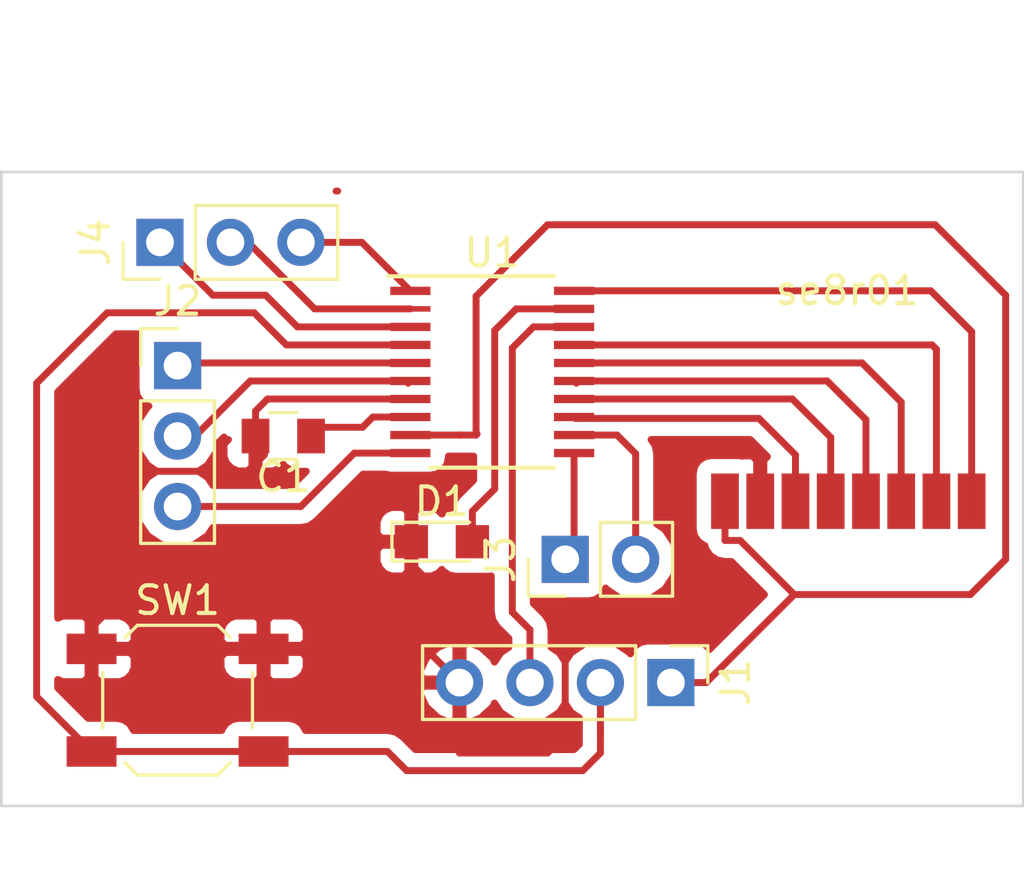
<source format=kicad_pcb>
(kicad_pcb (version 4) (host pcbnew 4.0.6)

  (general
    (links 28)
    (no_connects 0)
    (area 130.759999 91.389999 167.690001 123.476429)
    (thickness 1.6)
    (drawings 4)
    (tracks 121)
    (zones 0)
    (modules 9)
    (nets 21)
  )

  (page A4)
  (layers
    (0 F.Cu signal)
    (31 B.Cu signal)
    (32 B.Adhes user)
    (33 F.Adhes user)
    (34 B.Paste user)
    (35 F.Paste user)
    (36 B.SilkS user)
    (37 F.SilkS user)
    (38 B.Mask user)
    (39 F.Mask user)
    (40 Dwgs.User user)
    (41 Cmts.User user)
    (42 Eco1.User user)
    (43 Eco2.User user)
    (44 Edge.Cuts user)
    (45 Margin user)
    (46 B.CrtYd user)
    (47 F.CrtYd user)
    (48 B.Fab user)
    (49 F.Fab user)
  )

  (setup
    (last_trace_width 0.25)
    (trace_clearance 0.2)
    (zone_clearance 0.508)
    (zone_45_only yes)
    (trace_min 0.2)
    (segment_width 0.2)
    (edge_width 0.1)
    (via_size 0.6)
    (via_drill 0.4)
    (via_min_size 0.4)
    (via_min_drill 0.3)
    (uvia_size 0.3)
    (uvia_drill 0.1)
    (uvias_allowed no)
    (uvia_min_size 0.2)
    (uvia_min_drill 0.1)
    (pcb_text_width 0.3)
    (pcb_text_size 1.5 1.5)
    (mod_edge_width 0.15)
    (mod_text_size 1 1)
    (mod_text_width 0.15)
    (pad_size 1.45 0.2)
    (pad_drill 0)
    (pad_to_mask_clearance 0)
    (aux_axis_origin 0 0)
    (visible_elements 7FFFFFFF)
    (pcbplotparams
      (layerselection 0x00000_00000001)
      (usegerberextensions false)
      (excludeedgelayer true)
      (linewidth 0.100000)
      (plotframeref false)
      (viasonmask false)
      (mode 1)
      (useauxorigin false)
      (hpglpennumber 1)
      (hpglpenspeed 20)
      (hpglpendiameter 15)
      (hpglpenoverlay 2)
      (psnegative true)
      (psa4output false)
      (plotreference false)
      (plotvalue false)
      (plotinvisibletext false)
      (padsonsilk false)
      (subtractmaskfromsilk false)
      (outputformat 4)
      (mirror true)
      (drillshape 0)
      (scaleselection 1)
      (outputdirectory ""))
  )

  (net 0 "")
  (net 1 "Net-(C1-Pad1)")
  (net 2 GND)
  (net 3 "Net-(D1-Pad2)")
  (net 4 +3V3)
  (net 5 "Net-(J1-Pad2)")
  (net 6 "Net-(J1-Pad3)")
  (net 7 "Net-(U1-Pad13)")
  (net 8 "Net-(U1-Pad14)")
  (net 9 "Net-(U1-Pad15)")
  (net 10 "Net-(U1-Pad16)")
  (net 11 "Net-(U1-Pad17)")
  (net 12 "Net-(J2-Pad1)")
  (net 13 "Net-(J2-Pad2)")
  (net 14 "Net-(J2-Pad3)")
  (net 15 "Net-(J3-Pad1)")
  (net 16 "Net-(J3-Pad2)")
  (net 17 "Net-(J4-Pad1)")
  (net 18 "Net-(J4-Pad2)")
  (net 19 "Net-(J4-Pad3)")
  (net 20 "Net-(U1-Pad20)")

  (net_class Default "This is the default net class."
    (clearance 0.2)
    (trace_width 0.25)
    (via_dia 0.6)
    (via_drill 0.4)
    (uvia_dia 0.3)
    (uvia_drill 0.1)
    (add_net +3V3)
    (add_net GND)
    (add_net "Net-(C1-Pad1)")
    (add_net "Net-(D1-Pad2)")
    (add_net "Net-(J1-Pad2)")
    (add_net "Net-(J1-Pad3)")
    (add_net "Net-(J2-Pad1)")
    (add_net "Net-(J2-Pad2)")
    (add_net "Net-(J2-Pad3)")
    (add_net "Net-(J3-Pad1)")
    (add_net "Net-(J3-Pad2)")
    (add_net "Net-(J4-Pad1)")
    (add_net "Net-(J4-Pad2)")
    (add_net "Net-(J4-Pad3)")
    (add_net "Net-(U1-Pad13)")
    (add_net "Net-(U1-Pad14)")
    (add_net "Net-(U1-Pad15)")
    (add_net "Net-(U1-Pad16)")
    (add_net "Net-(U1-Pad17)")
    (add_net "Net-(U1-Pad20)")
  )

  (module Capacitors_SMD:C_0805 (layer F.Cu) (tedit 58AA8463) (tstamp 593AA49D)
    (at 140.97 107.315 180)
    (descr "Capacitor SMD 0805, reflow soldering, AVX (see smccp.pdf)")
    (tags "capacitor 0805")
    (path /5936C024)
    (attr smd)
    (fp_text reference C1 (at 0 -1.5 180) (layer F.SilkS)
      (effects (font (size 1 1) (thickness 0.15)))
    )
    (fp_text value 1uF (at 0 1.75 180) (layer F.Fab)
      (effects (font (size 1 1) (thickness 0.15)))
    )
    (fp_text user %R (at 0 -1.5 180) (layer F.Fab)
      (effects (font (size 1 1) (thickness 0.15)))
    )
    (fp_line (start -1 0.62) (end -1 -0.62) (layer F.Fab) (width 0.1))
    (fp_line (start 1 0.62) (end -1 0.62) (layer F.Fab) (width 0.1))
    (fp_line (start 1 -0.62) (end 1 0.62) (layer F.Fab) (width 0.1))
    (fp_line (start -1 -0.62) (end 1 -0.62) (layer F.Fab) (width 0.1))
    (fp_line (start 0.5 -0.85) (end -0.5 -0.85) (layer F.SilkS) (width 0.12))
    (fp_line (start -0.5 0.85) (end 0.5 0.85) (layer F.SilkS) (width 0.12))
    (fp_line (start -1.75 -0.88) (end 1.75 -0.88) (layer F.CrtYd) (width 0.05))
    (fp_line (start -1.75 -0.88) (end -1.75 0.87) (layer F.CrtYd) (width 0.05))
    (fp_line (start 1.75 0.87) (end 1.75 -0.88) (layer F.CrtYd) (width 0.05))
    (fp_line (start 1.75 0.87) (end -1.75 0.87) (layer F.CrtYd) (width 0.05))
    (pad 1 smd rect (at -1 0 180) (size 1 1.25) (layers F.Cu F.Paste F.Mask)
      (net 1 "Net-(C1-Pad1)"))
    (pad 2 smd rect (at 1 0 180) (size 1 1.25) (layers F.Cu F.Paste F.Mask)
      (net 2 GND))
    (model Capacitors_SMD.3dshapes/C_0805.wrl
      (at (xyz 0 0 0))
      (scale (xyz 1 1 1))
      (rotate (xyz 0 0 0))
    )
  )

  (module LEDs:LED_0805 (layer F.Cu) (tedit 57FE93EC) (tstamp 593AA4B2)
    (at 146.685 111.125)
    (descr "LED 0805 smd package")
    (tags "LED led 0805 SMD smd SMT smt smdled SMDLED smtled SMTLED")
    (path /593E8849)
    (attr smd)
    (fp_text reference D1 (at 0 -1.45) (layer F.SilkS)
      (effects (font (size 1 1) (thickness 0.15)))
    )
    (fp_text value LED_Small (at 0 1.55) (layer F.Fab)
      (effects (font (size 1 1) (thickness 0.15)))
    )
    (fp_line (start -1.8 -0.7) (end -1.8 0.7) (layer F.SilkS) (width 0.12))
    (fp_line (start -0.4 -0.4) (end -0.4 0.4) (layer F.Fab) (width 0.1))
    (fp_line (start -0.4 0) (end 0.2 -0.4) (layer F.Fab) (width 0.1))
    (fp_line (start 0.2 0.4) (end -0.4 0) (layer F.Fab) (width 0.1))
    (fp_line (start 0.2 -0.4) (end 0.2 0.4) (layer F.Fab) (width 0.1))
    (fp_line (start 1 0.6) (end -1 0.6) (layer F.Fab) (width 0.1))
    (fp_line (start 1 -0.6) (end 1 0.6) (layer F.Fab) (width 0.1))
    (fp_line (start -1 -0.6) (end 1 -0.6) (layer F.Fab) (width 0.1))
    (fp_line (start -1 0.6) (end -1 -0.6) (layer F.Fab) (width 0.1))
    (fp_line (start -1.8 0.7) (end 1 0.7) (layer F.SilkS) (width 0.12))
    (fp_line (start -1.8 -0.7) (end 1 -0.7) (layer F.SilkS) (width 0.12))
    (fp_line (start 1.95 -0.85) (end 1.95 0.85) (layer F.CrtYd) (width 0.05))
    (fp_line (start 1.95 0.85) (end -1.95 0.85) (layer F.CrtYd) (width 0.05))
    (fp_line (start -1.95 0.85) (end -1.95 -0.85) (layer F.CrtYd) (width 0.05))
    (fp_line (start -1.95 -0.85) (end 1.95 -0.85) (layer F.CrtYd) (width 0.05))
    (pad 2 smd rect (at 1.1 0 180) (size 1.2 1.2) (layers F.Cu F.Paste F.Mask)
      (net 3 "Net-(D1-Pad2)"))
    (pad 1 smd rect (at -1.1 0 180) (size 1.2 1.2) (layers F.Cu F.Paste F.Mask)
      (net 2 GND))
    (model LEDs.3dshapes/LED_0805.wrl
      (at (xyz 0 0 0))
      (scale (xyz 1 1 1))
      (rotate (xyz 0 0 180))
    )
  )

  (module Pin_Headers:Pin_Header_Straight_1x04_Pitch2.54mm (layer F.Cu) (tedit 593AA551) (tstamp 593AA4C9)
    (at 154.94 116.205 270)
    (descr "Through hole straight pin header, 1x04, 2.54mm pitch, single row")
    (tags "Through hole pin header THT 1x04 2.54mm single row")
    (path /5936C5F6)
    (fp_text reference J1 (at 0 -2.33 270) (layer F.SilkS)
      (effects (font (size 1 1) (thickness 0.15)))
    )
    (fp_text value CONN_01X04_MALE (at 0 9.95 270) (layer F.Fab)
      (effects (font (size 1 1) (thickness 0.15)))
    )
    (fp_line (start -1.27 -1.27) (end -1.27 8.89) (layer F.Fab) (width 0.1))
    (fp_line (start -1.27 8.89) (end 1.27 8.89) (layer F.Fab) (width 0.1))
    (fp_line (start 1.27 8.89) (end 1.27 -1.27) (layer F.Fab) (width 0.1))
    (fp_line (start 1.27 -1.27) (end -1.27 -1.27) (layer F.Fab) (width 0.1))
    (fp_line (start -1.33 1.27) (end -1.33 8.95) (layer F.SilkS) (width 0.12))
    (fp_line (start -1.33 8.95) (end 1.33 8.95) (layer F.SilkS) (width 0.12))
    (fp_line (start 1.33 8.95) (end 1.33 1.27) (layer F.SilkS) (width 0.12))
    (fp_line (start 1.33 1.27) (end -1.33 1.27) (layer F.SilkS) (width 0.12))
    (fp_line (start -1.33 0) (end -1.33 -1.33) (layer F.SilkS) (width 0.12))
    (fp_line (start -1.33 -1.33) (end 0 -1.33) (layer F.SilkS) (width 0.12))
    (fp_line (start -1.8 -1.8) (end -1.8 9.4) (layer F.CrtYd) (width 0.05))
    (fp_line (start -1.8 9.4) (end 1.8 9.4) (layer F.CrtYd) (width 0.05))
    (fp_line (start 1.8 9.4) (end 1.8 -1.8) (layer F.CrtYd) (width 0.05))
    (fp_line (start 1.8 -1.8) (end -1.8 -1.8) (layer F.CrtYd) (width 0.05))
    (fp_text user %R (at 0 -2.33 270) (layer F.Fab)
      (effects (font (size 1 1) (thickness 0.15)))
    )
    (pad 1 thru_hole rect (at 0 0 270) (size 1.7 1.7) (drill 1) (layers *.Cu *.Mask)
      (net 4 +3V3))
    (pad 2 thru_hole oval (at 0 2.54 270) (size 1.7 1.7) (drill 1) (layers *.Cu *.Mask)
      (net 5 "Net-(J1-Pad2)"))
    (pad 3 thru_hole oval (at 0 5.08 270) (size 1.7 1.7) (drill 1) (layers *.Cu *.Mask)
      (net 6 "Net-(J1-Pad3)"))
    (pad 4 thru_hole oval (at 0 7.62 270) (size 1.7 1.7) (drill 1) (layers *.Cu *.Mask)
      (net 2 GND))
    (model ${KISYS3DMOD}/Pin_Headers.3dshapes/Pin_Header_Straight_1x04_Pitch2.54mm.wrl
      (at (xyz 0 -0.15 0))
      (scale (xyz 1 1 1))
      (rotate (xyz 0 0 90))
    )
  )

  (module Buttons_Switches_SMD:SW_SPST_SKQG (layer F.Cu) (tedit 58724BB1) (tstamp 593AA500)
    (at 137.16 116.84)
    (descr "ALPS 5.2mm Square Low-profile TACT Switch (SMD), http://www.alps.com/prod/info/E/PDF/Tact/SurfaceMount/SKQG/SKQG.PDF")
    (tags "SPST Button Switch")
    (path /5937FD29)
    (attr smd)
    (fp_text reference SW1 (at 0 -3.6) (layer F.SilkS)
      (effects (font (size 1 1) (thickness 0.15)))
    )
    (fp_text value SW_DPST (at 0 3.7) (layer F.Fab)
      (effects (font (size 1 1) (thickness 0.15)))
    )
    (fp_line (start 1.45 -2.6) (end 2.55 -1.5) (layer F.Fab) (width 0.1))
    (fp_line (start 2.55 -1.5) (end 2.55 1.45) (layer F.Fab) (width 0.1))
    (fp_line (start 2.55 1.45) (end 1.4 2.6) (layer F.Fab) (width 0.1))
    (fp_line (start 1.4 2.6) (end -1.45 2.6) (layer F.Fab) (width 0.1))
    (fp_line (start -1.45 2.6) (end -2.6 1.45) (layer F.Fab) (width 0.1))
    (fp_line (start -2.6 1.45) (end -2.6 -1.45) (layer F.Fab) (width 0.1))
    (fp_line (start -2.6 -1.45) (end -1.45 -2.6) (layer F.Fab) (width 0.1))
    (fp_line (start -1.45 -2.6) (end 1.45 -2.6) (layer F.Fab) (width 0.1))
    (fp_text user %R (at 0 -3.6) (layer F.Fab)
      (effects (font (size 1 1) (thickness 0.15)))
    )
    (fp_line (start -4.25 -2.95) (end -4.25 2.95) (layer F.CrtYd) (width 0.05))
    (fp_line (start 4.25 -2.95) (end -4.25 -2.95) (layer F.CrtYd) (width 0.05))
    (fp_line (start 4.25 2.95) (end 4.25 -2.95) (layer F.CrtYd) (width 0.05))
    (fp_line (start -4.25 2.95) (end 4.25 2.95) (layer F.CrtYd) (width 0.05))
    (fp_line (start -1.2 -1.8) (end 1.2 -1.8) (layer F.Fab) (width 0.1))
    (fp_line (start -1.8 -1.2) (end -1.2 -1.8) (layer F.Fab) (width 0.1))
    (fp_line (start -1.8 1.2) (end -1.8 -1.2) (layer F.Fab) (width 0.1))
    (fp_line (start -1.2 1.8) (end -1.8 1.2) (layer F.Fab) (width 0.1))
    (fp_line (start 1.2 1.8) (end -1.2 1.8) (layer F.Fab) (width 0.1))
    (fp_line (start 1.8 1.2) (end 1.2 1.8) (layer F.Fab) (width 0.1))
    (fp_line (start 1.8 -1.2) (end 1.8 1.2) (layer F.Fab) (width 0.1))
    (fp_line (start 1.2 -1.8) (end 1.8 -1.2) (layer F.Fab) (width 0.1))
    (fp_line (start -1.45 -2.7) (end 1.45 -2.7) (layer F.SilkS) (width 0.12))
    (fp_line (start -1.9 -2.25) (end -1.45 -2.7) (layer F.SilkS) (width 0.12))
    (fp_line (start -2.7 1) (end -2.7 -1) (layer F.SilkS) (width 0.12))
    (fp_line (start -1.45 2.7) (end -1.9 2.25) (layer F.SilkS) (width 0.12))
    (fp_line (start 1.45 2.7) (end -1.45 2.7) (layer F.SilkS) (width 0.12))
    (fp_line (start 1.9 2.25) (end 1.45 2.7) (layer F.SilkS) (width 0.12))
    (fp_line (start 2.7 -1) (end 2.7 1) (layer F.SilkS) (width 0.12))
    (fp_line (start 1.45 -2.7) (end 1.9 -2.25) (layer F.SilkS) (width 0.12))
    (fp_circle (center 0 0) (end 1 0) (layer F.Fab) (width 0.1))
    (pad 1 smd rect (at -3.1 -1.85) (size 1.8 1.1) (layers F.Cu F.Paste F.Mask)
      (net 2 GND))
    (pad 1 smd rect (at 3.1 -1.85) (size 1.8 1.1) (layers F.Cu F.Paste F.Mask)
      (net 2 GND))
    (pad 2 smd rect (at -3.1 1.85) (size 1.8 1.1) (layers F.Cu F.Paste F.Mask)
      (net 5 "Net-(J1-Pad2)"))
    (pad 2 smd rect (at 3.1 1.85) (size 1.8 1.1) (layers F.Cu F.Paste F.Mask)
      (net 5 "Net-(J1-Pad2)"))
  )

  (module Housings_SSOP:TSSOP-20_4.4x6.5mm_Pitch0.65mm (layer F.Cu) (tedit 594CC8A6) (tstamp 593AA524)
    (at 148.5011 105.0036)
    (descr "20-Lead Plastic Thin Shrink Small Outline (ST)-4.4 mm Body [TSSOP] (see Microchip Packaging Specification 00000049BS.pdf)")
    (tags "SSOP 0.65")
    (path /59369BED)
    (attr smd)
    (fp_text reference U1 (at 0 -4.3) (layer F.SilkS)
      (effects (font (size 1 1) (thickness 0.15)))
    )
    (fp_text value STM8S003F3P (at 0 4.3) (layer F.Fab)
      (effects (font (size 1 1) (thickness 0.15)))
    )
    (fp_line (start -1.2 -3.25) (end 2.2 -3.25) (layer F.Fab) (width 0.15))
    (fp_line (start 2.2 -3.25) (end 2.2 3.25) (layer F.Fab) (width 0.15))
    (fp_line (start 2.2 3.25) (end -2.2 3.25) (layer F.Fab) (width 0.15))
    (fp_line (start -2.2 3.25) (end -2.2 -2.25) (layer F.Fab) (width 0.15))
    (fp_line (start -2.2 -2.25) (end -1.2 -3.25) (layer F.Fab) (width 0.15))
    (fp_line (start -3.95 -3.55) (end -3.95 3.55) (layer F.CrtYd) (width 0.05))
    (fp_line (start 3.95 -3.55) (end 3.95 3.55) (layer F.CrtYd) (width 0.05))
    (fp_line (start -3.95 -3.55) (end 3.95 -3.55) (layer F.CrtYd) (width 0.05))
    (fp_line (start -3.95 3.55) (end 3.95 3.55) (layer F.CrtYd) (width 0.05))
    (fp_line (start -2.225 3.45) (end 2.225 3.45) (layer F.SilkS) (width 0.15))
    (fp_line (start -3.75 -3.45) (end 2.225 -3.45) (layer F.SilkS) (width 0.15))
    (fp_text user %R (at 0 0) (layer F.Fab)
      (effects (font (size 0.8 0.8) (thickness 0.15)))
    )
    (pad 1 smd rect (at -2.95 -2.925) (size 1.45 0.3) (layers F.Cu F.Paste F.Mask)
      (net 19 "Net-(J4-Pad3)"))
    (pad 2 smd rect (at -2.95 -2.275) (size 1.45 0.2) (layers F.Cu F.Paste F.Mask)
      (net 18 "Net-(J4-Pad2)"))
    (pad 3 smd rect (at -2.95 -1.625) (size 1.45 0.3) (layers F.Cu F.Paste F.Mask)
      (net 17 "Net-(J4-Pad1)"))
    (pad 4 smd rect (at -2.95 -0.975) (size 1.45 0.3) (layers F.Cu F.Paste F.Mask)
      (net 5 "Net-(J1-Pad2)"))
    (pad 5 smd rect (at -2.95 -0.325) (size 1.45 0.3) (layers F.Cu F.Paste F.Mask)
      (net 12 "Net-(J2-Pad1)"))
    (pad 6 smd rect (at -2.95 0.325) (size 1.45 0.3) (layers F.Cu F.Paste F.Mask)
      (net 13 "Net-(J2-Pad2)"))
    (pad 7 smd rect (at -2.95 0.975) (size 1.45 0.3) (layers F.Cu F.Paste F.Mask)
      (net 2 GND))
    (pad 8 smd rect (at -2.95 1.625) (size 1.45 0.3) (layers F.Cu F.Paste F.Mask)
      (net 1 "Net-(C1-Pad1)"))
    (pad 9 smd rect (at -2.95 2.275) (size 1.45 0.3) (layers F.Cu F.Paste F.Mask)
      (net 4 +3V3))
    (pad 10 smd rect (at -2.95 2.925) (size 1.45 0.3) (layers F.Cu F.Paste F.Mask)
      (net 14 "Net-(J2-Pad3)"))
    (pad 11 smd rect (at 2.95 2.925) (size 1.45 0.3) (layers F.Cu F.Paste F.Mask)
      (net 15 "Net-(J3-Pad1)"))
    (pad 12 smd rect (at 2.95 2.275) (size 1.45 0.3) (layers F.Cu F.Paste F.Mask)
      (net 16 "Net-(J3-Pad2)"))
    (pad 13 smd rect (at 2.95 1.625) (size 1.45 0.3) (layers F.Cu F.Paste F.Mask)
      (net 7 "Net-(U1-Pad13)"))
    (pad 14 smd rect (at 2.95 0.975) (size 1.45 0.3) (layers F.Cu F.Paste F.Mask)
      (net 8 "Net-(U1-Pad14)"))
    (pad 15 smd rect (at 2.95 0.325) (size 1.45 0.3) (layers F.Cu F.Paste F.Mask)
      (net 9 "Net-(U1-Pad15)"))
    (pad 16 smd rect (at 2.95 -0.325) (size 1.45 0.3) (layers F.Cu F.Paste F.Mask)
      (net 10 "Net-(U1-Pad16)"))
    (pad 17 smd rect (at 2.95 -0.975) (size 1.45 0.3) (layers F.Cu F.Paste F.Mask)
      (net 11 "Net-(U1-Pad17)"))
    (pad 18 smd rect (at 2.95 -1.625) (size 1.45 0.3) (layers F.Cu F.Paste F.Mask)
      (net 6 "Net-(J1-Pad3)"))
    (pad 19 smd rect (at 2.95 -2.275) (size 1.45 0.3) (layers F.Cu F.Paste F.Mask)
      (net 3 "Net-(D1-Pad2)"))
    (pad 20 smd rect (at 2.95 -2.925) (size 1.45 0.3) (layers F.Cu F.Paste F.Mask)
      (net 20 "Net-(U1-Pad20)"))
    (model ${KISYS3DMOD}/Housings_SSOP.3dshapes/TSSOP-20_4.4x6.5mm_Pitch0.65mm.wrl
      (at (xyz 0 0 0))
      (scale (xyz 1 1 1))
      (rotate (xyz 0 0 0))
    )
  )

  (module jan:SE08R01 (layer F.Cu) (tedit 574A9E44) (tstamp 593E5C0F)
    (at 161.29 100.965)
    (path /593AB1E7)
    (fp_text reference se8r01 (at 0 1.1) (layer F.SilkS)
      (effects (font (size 1 1) (thickness 0.15)))
    )
    (fp_text value SE8R01 (at 0 -4.8) (layer F.Fab)
      (effects (font (size 1 1) (thickness 0.15)))
    )
    (fp_line (start -6 -2.8) (end 6 -2.8) (layer F.CrtYd) (width 0.15))
    (fp_line (start -6 8.7) (end -6 -9.3) (layer F.CrtYd) (width 0.15))
    (fp_line (start 6 8.7) (end -6 8.7) (layer F.CrtYd) (width 0.15))
    (fp_line (start 6 -9.3) (end 6 8.7) (layer F.CrtYd) (width 0.15))
    (fp_line (start -6 -9.3) (end 6 -9.3) (layer F.CrtYd) (width 0.15))
    (pad 1 smd rect (at -4.4 8.7) (size 1 2) (layers F.Cu F.Paste F.Mask)
      (net 4 +3V3))
    (pad 2 smd rect (at -3.13 8.7) (size 1 2) (layers F.Cu F.Paste F.Mask)
      (net 2 GND))
    (pad 3 smd rect (at -1.86 8.7) (size 1 2) (layers F.Cu F.Paste F.Mask)
      (net 7 "Net-(U1-Pad13)"))
    (pad 4 smd rect (at -0.59 8.7) (size 1 2) (layers F.Cu F.Paste F.Mask)
      (net 8 "Net-(U1-Pad14)"))
    (pad 5 smd rect (at 0.68 8.7) (size 1 2) (layers F.Cu F.Paste F.Mask)
      (net 9 "Net-(U1-Pad15)"))
    (pad 6 smd rect (at 1.95 8.7) (size 1 2) (layers F.Cu F.Paste F.Mask)
      (net 10 "Net-(U1-Pad16)"))
    (pad 7 smd rect (at 3.22 8.7) (size 1 2) (layers F.Cu F.Paste F.Mask)
      (net 11 "Net-(U1-Pad17)"))
    (pad 8 smd rect (at 4.49 8.7) (size 1 2) (layers F.Cu F.Paste F.Mask)
      (net 20 "Net-(U1-Pad20)"))
    (model ${MYSLOCAL}/mysensors.3dshapes/mysensors_radios.3dshapes/nrf24smd.wrl
      (at (xyz -5.7625 2.9 0.03))
      (scale (xyz 0.395 0.395 0.395))
      (rotate (xyz 0 0 0))
    )
    (model Housings_DFN_QFN.3dshapes/QFN-20-1EP_5x5mm_Pitch0.65mm.wrl
      (at (xyz 0.0165 -0.109 0.062))
      (scale (xyz 1 1 1))
      (rotate (xyz 0 0 0))
    )
  )

  (module Pin_Headers:Pin_Header_Straight_1x02_Pitch2.54mm (layer F.Cu) (tedit 58CD4EC1) (tstamp 593E71B3)
    (at 151.13 111.76 90)
    (descr "Through hole straight pin header, 1x02, 2.54mm pitch, single row")
    (tags "Through hole pin header THT 1x02 2.54mm single row")
    (path /593E81C9)
    (fp_text reference J3 (at 0 -2.33 90) (layer F.SilkS)
      (effects (font (size 1 1) (thickness 0.15)))
    )
    (fp_text value CONN_01X02_MALE (at 0 4.87 90) (layer F.Fab)
      (effects (font (size 1 1) (thickness 0.15)))
    )
    (fp_line (start -1.27 -1.27) (end -1.27 3.81) (layer F.Fab) (width 0.1))
    (fp_line (start -1.27 3.81) (end 1.27 3.81) (layer F.Fab) (width 0.1))
    (fp_line (start 1.27 3.81) (end 1.27 -1.27) (layer F.Fab) (width 0.1))
    (fp_line (start 1.27 -1.27) (end -1.27 -1.27) (layer F.Fab) (width 0.1))
    (fp_line (start -1.33 1.27) (end -1.33 3.87) (layer F.SilkS) (width 0.12))
    (fp_line (start -1.33 3.87) (end 1.33 3.87) (layer F.SilkS) (width 0.12))
    (fp_line (start 1.33 3.87) (end 1.33 1.27) (layer F.SilkS) (width 0.12))
    (fp_line (start 1.33 1.27) (end -1.33 1.27) (layer F.SilkS) (width 0.12))
    (fp_line (start -1.33 0) (end -1.33 -1.33) (layer F.SilkS) (width 0.12))
    (fp_line (start -1.33 -1.33) (end 0 -1.33) (layer F.SilkS) (width 0.12))
    (fp_line (start -1.8 -1.8) (end -1.8 4.35) (layer F.CrtYd) (width 0.05))
    (fp_line (start -1.8 4.35) (end 1.8 4.35) (layer F.CrtYd) (width 0.05))
    (fp_line (start 1.8 4.35) (end 1.8 -1.8) (layer F.CrtYd) (width 0.05))
    (fp_line (start 1.8 -1.8) (end -1.8 -1.8) (layer F.CrtYd) (width 0.05))
    (fp_text user %R (at 0 -2.33 90) (layer F.Fab)
      (effects (font (size 1 1) (thickness 0.15)))
    )
    (pad 1 thru_hole rect (at 0 0 90) (size 1.7 1.7) (drill 1) (layers *.Cu *.Mask)
      (net 15 "Net-(J3-Pad1)"))
    (pad 2 thru_hole oval (at 0 2.54 90) (size 1.7 1.7) (drill 1) (layers *.Cu *.Mask)
      (net 16 "Net-(J3-Pad2)"))
    (model ${KISYS3DMOD}/Pin_Headers.3dshapes/Pin_Header_Straight_1x02_Pitch2.54mm.wrl
      (at (xyz 0 -0.05 0))
      (scale (xyz 1 1 1))
      (rotate (xyz 0 0 90))
    )
  )

  (module Pin_Headers:Pin_Header_Straight_1x03_Pitch2.54mm (layer F.Cu) (tedit 58CD4EC1) (tstamp 593E74C8)
    (at 137.16 104.775)
    (descr "Through hole straight pin header, 1x03, 2.54mm pitch, single row")
    (tags "Through hole pin header THT 1x03 2.54mm single row")
    (path /593E808A)
    (fp_text reference J2 (at 0 -2.33) (layer F.SilkS)
      (effects (font (size 1 1) (thickness 0.15)))
    )
    (fp_text value CONN_01X03 (at 0 7.41) (layer F.Fab)
      (effects (font (size 1 1) (thickness 0.15)))
    )
    (fp_line (start -1.27 -1.27) (end -1.27 6.35) (layer F.Fab) (width 0.1))
    (fp_line (start -1.27 6.35) (end 1.27 6.35) (layer F.Fab) (width 0.1))
    (fp_line (start 1.27 6.35) (end 1.27 -1.27) (layer F.Fab) (width 0.1))
    (fp_line (start 1.27 -1.27) (end -1.27 -1.27) (layer F.Fab) (width 0.1))
    (fp_line (start -1.33 1.27) (end -1.33 6.41) (layer F.SilkS) (width 0.12))
    (fp_line (start -1.33 6.41) (end 1.33 6.41) (layer F.SilkS) (width 0.12))
    (fp_line (start 1.33 6.41) (end 1.33 1.27) (layer F.SilkS) (width 0.12))
    (fp_line (start 1.33 1.27) (end -1.33 1.27) (layer F.SilkS) (width 0.12))
    (fp_line (start -1.33 0) (end -1.33 -1.33) (layer F.SilkS) (width 0.12))
    (fp_line (start -1.33 -1.33) (end 0 -1.33) (layer F.SilkS) (width 0.12))
    (fp_line (start -1.8 -1.8) (end -1.8 6.85) (layer F.CrtYd) (width 0.05))
    (fp_line (start -1.8 6.85) (end 1.8 6.85) (layer F.CrtYd) (width 0.05))
    (fp_line (start 1.8 6.85) (end 1.8 -1.8) (layer F.CrtYd) (width 0.05))
    (fp_line (start 1.8 -1.8) (end -1.8 -1.8) (layer F.CrtYd) (width 0.05))
    (fp_text user %R (at 0 -2.33) (layer F.Fab)
      (effects (font (size 1 1) (thickness 0.15)))
    )
    (pad 1 thru_hole rect (at 0 0) (size 1.7 1.7) (drill 1) (layers *.Cu *.Mask)
      (net 12 "Net-(J2-Pad1)"))
    (pad 2 thru_hole oval (at 0 2.54) (size 1.7 1.7) (drill 1) (layers *.Cu *.Mask)
      (net 13 "Net-(J2-Pad2)"))
    (pad 3 thru_hole oval (at 0 5.08) (size 1.7 1.7) (drill 1) (layers *.Cu *.Mask)
      (net 14 "Net-(J2-Pad3)"))
    (model ${KISYS3DMOD}/Pin_Headers.3dshapes/Pin_Header_Straight_1x03_Pitch2.54mm.wrl
      (at (xyz 0 -0.1 0))
      (scale (xyz 1 1 1))
      (rotate (xyz 0 0 90))
    )
  )

  (module Pin_Headers:Pin_Header_Straight_1x03_Pitch2.54mm (layer F.Cu) (tedit 58CD4EC1) (tstamp 593E74CF)
    (at 136.525 100.33 90)
    (descr "Through hole straight pin header, 1x03, 2.54mm pitch, single row")
    (tags "Through hole pin header THT 1x03 2.54mm single row")
    (path /593E7D54)
    (fp_text reference J4 (at 0 -2.33 90) (layer F.SilkS)
      (effects (font (size 1 1) (thickness 0.15)))
    )
    (fp_text value CONN_01X03 (at 0 7.41 90) (layer F.Fab)
      (effects (font (size 1 1) (thickness 0.15)))
    )
    (fp_line (start -1.27 -1.27) (end -1.27 6.35) (layer F.Fab) (width 0.1))
    (fp_line (start -1.27 6.35) (end 1.27 6.35) (layer F.Fab) (width 0.1))
    (fp_line (start 1.27 6.35) (end 1.27 -1.27) (layer F.Fab) (width 0.1))
    (fp_line (start 1.27 -1.27) (end -1.27 -1.27) (layer F.Fab) (width 0.1))
    (fp_line (start -1.33 1.27) (end -1.33 6.41) (layer F.SilkS) (width 0.12))
    (fp_line (start -1.33 6.41) (end 1.33 6.41) (layer F.SilkS) (width 0.12))
    (fp_line (start 1.33 6.41) (end 1.33 1.27) (layer F.SilkS) (width 0.12))
    (fp_line (start 1.33 1.27) (end -1.33 1.27) (layer F.SilkS) (width 0.12))
    (fp_line (start -1.33 0) (end -1.33 -1.33) (layer F.SilkS) (width 0.12))
    (fp_line (start -1.33 -1.33) (end 0 -1.33) (layer F.SilkS) (width 0.12))
    (fp_line (start -1.8 -1.8) (end -1.8 6.85) (layer F.CrtYd) (width 0.05))
    (fp_line (start -1.8 6.85) (end 1.8 6.85) (layer F.CrtYd) (width 0.05))
    (fp_line (start 1.8 6.85) (end 1.8 -1.8) (layer F.CrtYd) (width 0.05))
    (fp_line (start 1.8 -1.8) (end -1.8 -1.8) (layer F.CrtYd) (width 0.05))
    (fp_text user %R (at 0 -2.33 90) (layer F.Fab)
      (effects (font (size 1 1) (thickness 0.15)))
    )
    (pad 1 thru_hole rect (at 0 0 90) (size 1.7 1.7) (drill 1) (layers *.Cu *.Mask)
      (net 17 "Net-(J4-Pad1)"))
    (pad 2 thru_hole oval (at 0 2.54 90) (size 1.7 1.7) (drill 1) (layers *.Cu *.Mask)
      (net 18 "Net-(J4-Pad2)"))
    (pad 3 thru_hole oval (at 0 5.08 90) (size 1.7 1.7) (drill 1) (layers *.Cu *.Mask)
      (net 19 "Net-(J4-Pad3)"))
    (model ${KISYS3DMOD}/Pin_Headers.3dshapes/Pin_Header_Straight_1x03_Pitch2.54mm.wrl
      (at (xyz 0 -0.1 0))
      (scale (xyz 1 1 1))
      (rotate (xyz 0 0 90))
    )
  )

  (gr_line (start 130.81 120.65) (end 130.81 97.79) (angle 90) (layer Edge.Cuts) (width 0.1))
  (gr_line (start 167.64 120.65) (end 130.81 120.65) (angle 90) (layer Edge.Cuts) (width 0.1))
  (gr_line (start 167.64 97.79) (end 167.64 120.65) (angle 90) (layer Edge.Cuts) (width 0.1))
  (gr_line (start 130.81 97.79) (end 167.64 97.79) (angle 90) (layer Edge.Cuts) (width 0.1))

  (segment (start 142.93 98.48) (end 142.875 98.48) (width 0.25) (layer F.Cu) (net 0) (tstamp 593E6269))
  (segment (start 142.2875 106.9975) (end 143.8275 106.9975) (width 0.25) (layer F.Cu) (net 1))
  (segment (start 144.1964 106.6286) (end 145.5511 106.6286) (width 0.25) (layer F.Cu) (net 1) (tstamp 593E7E1D))
  (segment (start 143.8275 106.9975) (end 144.1964 106.6286) (width 0.25) (layer F.Cu) (net 1) (tstamp 593E7E1A))
  (segment (start 145.5511 105.9786) (end 140.4014 105.9786) (width 0.25) (layer F.Cu) (net 2))
  (segment (start 139.97 106.41) (end 139.97 107.315) (width 0.25) (layer F.Cu) (net 2) (tstamp 594CCE54))
  (segment (start 140.4014 105.9786) (end 139.97 106.41) (width 0.25) (layer F.Cu) (net 2) (tstamp 594CCE53))
  (segment (start 134.06 114.99) (end 134.06 114.225) (width 0.25) (layer F.Cu) (net 2))
  (segment (start 143.51 111.125) (end 145.585 111.125) (width 0.25) (layer F.Cu) (net 2))
  (segment (start 142.24 112.395) (end 143.51 111.125) (width 0.25) (layer F.Cu) (net 2) (tstamp 593E7E68))
  (segment (start 135.89 112.395) (end 142.24 112.395) (width 0.25) (layer F.Cu) (net 2) (tstamp 593E7E65))
  (segment (start 134.06 114.225) (end 135.89 112.395) (width 0.25) (layer F.Cu) (net 2) (tstamp 593E7E61))
  (segment (start 140.2875 106.9975) (end 140.2875 107.9975) (width 0.25) (layer F.Cu) (net 2))
  (segment (start 134.06 109.78) (end 134.06 114.99) (width 0.25) (layer F.Cu) (net 2) (tstamp 593E7E14))
  (segment (start 135.255 108.585) (end 134.06 109.78) (width 0.25) (layer F.Cu) (net 2) (tstamp 593E7E0F))
  (segment (start 139.7 108.585) (end 135.255 108.585) (width 0.25) (layer F.Cu) (net 2) (tstamp 593E7E0B))
  (segment (start 140.2875 107.9975) (end 139.7 108.585) (width 0.25) (layer F.Cu) (net 2) (tstamp 593E7E0A))
  (segment (start 134.06 114.99) (end 140.26 114.99) (width 0.25) (layer F.Cu) (net 2))
  (segment (start 140.26 114.99) (end 146.105 114.99) (width 0.25) (layer F.Cu) (net 2))
  (segment (start 146.105 114.99) (end 147.32 116.205) (width 0.25) (layer F.Cu) (net 2) (tstamp 593E79F7))
  (segment (start 158.115 107.95) (end 155.575 107.95) (width 0.25) (layer F.Cu) (net 2))
  (segment (start 158.16 107.995) (end 158.115 107.95) (width 0.25) (layer F.Cu) (net 2) (tstamp 593E612F))
  (segment (start 151.13 118.11) (end 150.495 118.745) (width 0.25) (layer F.Cu) (net 2) (tstamp 593E616A))
  (segment (start 150.495 118.745) (end 147.32 118.745) (width 0.25) (layer F.Cu) (net 2) (tstamp 593E6170))
  (segment (start 147.32 118.745) (end 147.32 117.475) (width 0.25) (layer F.Cu) (net 2) (tstamp 593E6176))
  (segment (start 158.16 109.665) (end 158.16 107.995) (width 0.25) (layer F.Cu) (net 2))
  (segment (start 147.32 117.475) (end 147.32 116.205) (width 0.25) (layer F.Cu) (net 2))
  (segment (start 151.13 114.3) (end 151.13 118.11) (width 0.25) (layer F.Cu) (net 2) (tstamp 593E7740))
  (segment (start 155.575 114.3) (end 151.13 114.3) (width 0.25) (layer F.Cu) (net 2) (tstamp 593E7737))
  (segment (start 155.575 107.95) (end 155.575 114.3) (width 0.25) (layer F.Cu) (net 2) (tstamp 593E772C))
  (segment (start 145.585 111.125) (end 145.585 111.93) (width 0.25) (layer F.Cu) (net 2))
  (segment (start 145.585 111.93) (end 147.32 113.665) (width 0.25) (layer F.Cu) (net 2) (tstamp 593E7681))
  (segment (start 147.32 116.205) (end 147.32 113.665) (width 0.25) (layer F.Cu) (net 2))
  (segment (start 147.32 113.665) (end 146.855 113.2) (width 0.25) (layer F.Cu) (net 2) (tstamp 593E6181))
  (segment (start 147.785 111.125) (end 147.785 110.025) (width 0.25) (layer F.Cu) (net 3))
  (segment (start 149.3664 102.7286) (end 151.4511 102.7286) (width 0.25) (layer F.Cu) (net 3) (tstamp 593E82ED))
  (segment (start 148.59 103.505) (end 149.3664 102.7286) (width 0.25) (layer F.Cu) (net 3) (tstamp 593E82E9))
  (segment (start 148.59 109.22) (end 148.59 103.505) (width 0.25) (layer F.Cu) (net 3) (tstamp 593E82E6))
  (segment (start 147.785 110.025) (end 148.59 109.22) (width 0.25) (layer F.Cu) (net 3) (tstamp 593E82E3))
  (segment (start 164.465 99.695) (end 167.005 102.235) (width 0.25) (layer F.Cu) (net 4))
  (segment (start 147.9186 107.2786) (end 147.9186 102.2714) (width 0.25) (layer F.Cu) (net 4))
  (segment (start 150.495 99.695) (end 164.465 99.695) (width 0.25) (layer F.Cu) (net 4) (tstamp 593E60F5))
  (segment (start 147.9186 102.2714) (end 150.495 99.695) (width 0.25) (layer F.Cu) (net 4) (tstamp 593E60F2))
  (segment (start 165.735 113.03) (end 159.385 113.03) (width 0.25) (layer F.Cu) (net 4) (tstamp 593E7F32))
  (segment (start 167.005 111.76) (end 165.735 113.03) (width 0.25) (layer F.Cu) (net 4) (tstamp 593E7F2B))
  (segment (start 167.005 102.235) (end 167.005 111.76) (width 0.25) (layer F.Cu) (net 4) (tstamp 593E7F28))
  (segment (start 154.94 116.205) (end 156.21 116.205) (width 0.25) (layer F.Cu) (net 4))
  (segment (start 156.21 116.205) (end 159.385 113.03) (width 0.25) (layer F.Cu) (net 4) (tstamp 593E75A3))
  (segment (start 156.89 111.08) (end 157.435 111.08) (width 0.25) (layer F.Cu) (net 4))
  (segment (start 157.435 111.08) (end 159.385 113.03) (width 0.25) (layer F.Cu) (net 4) (tstamp 593E758C))
  (segment (start 156.89 109.665) (end 156.89 111.08) (width 0.25) (layer F.Cu) (net 4))
  (segment (start 145.5511 107.2786) (end 147.32 107.2786) (width 0.25) (layer F.Cu) (net 4))
  (segment (start 147.32 107.2786) (end 147.9186 107.2786) (width 0.25) (layer F.Cu) (net 4))
  (segment (start 147.9186 107.2786) (end 147.955 107.2422) (width 0.25) (layer F.Cu) (net 4) (tstamp 593E60BD))
  (segment (start 147.32 107.2786) (end 147.2836 107.2786) (width 0.25) (layer F.Cu) (net 4) (tstamp 593E60BB))
  (segment (start 140.26 118.69) (end 144.725 118.69) (width 0.25) (layer F.Cu) (net 5))
  (segment (start 152.4 118.745) (end 152.4 116.205) (width 0.25) (layer F.Cu) (net 5) (tstamp 593E7EE6))
  (segment (start 151.765 119.38) (end 152.4 118.745) (width 0.25) (layer F.Cu) (net 5) (tstamp 593E7EE2))
  (segment (start 145.415 119.38) (end 151.765 119.38) (width 0.25) (layer F.Cu) (net 5) (tstamp 593E7EDB))
  (segment (start 144.725 118.69) (end 145.415 119.38) (width 0.25) (layer F.Cu) (net 5) (tstamp 593E7ED9))
  (segment (start 145.5511 104.0286) (end 141.0814 104.0286) (width 0.25) (layer F.Cu) (net 5))
  (segment (start 132.08 116.71) (end 134.06 118.69) (width 0.25) (layer F.Cu) (net 5) (tstamp 593E7CA1))
  (segment (start 132.08 105.41) (end 132.08 116.71) (width 0.25) (layer F.Cu) (net 5) (tstamp 593E7C9C))
  (segment (start 134.62 102.87) (end 132.08 105.41) (width 0.25) (layer F.Cu) (net 5) (tstamp 593E7C99))
  (segment (start 139.9228 102.87) (end 134.62 102.87) (width 0.25) (layer F.Cu) (net 5) (tstamp 593E7C8E))
  (segment (start 141.0814 104.0286) (end 139.9228 102.87) (width 0.25) (layer F.Cu) (net 5) (tstamp 593E7C8B))
  (segment (start 134.06 118.69) (end 140.26 118.69) (width 0.25) (layer F.Cu) (net 5))
  (segment (start 140.26 118.69) (end 140.915 118.69) (width 0.25) (layer F.Cu) (net 5))
  (segment (start 152.4 117.475) (end 152.4 116.205) (width 0.25) (layer F.Cu) (net 5))
  (segment (start 152.4 117.475) (end 152.4 118.11) (width 0.25) (layer F.Cu) (net 5) (tstamp 593E63AC))
  (segment (start 149.86 103.505) (end 149.225 104.14) (width 0.25) (layer F.Cu) (net 6))
  (segment (start 149.86 103.505) (end 149.9864 103.3786) (width 0.25) (layer F.Cu) (net 6) (tstamp 593E5F56))
  (segment (start 151.4511 103.3786) (end 149.9864 103.3786) (width 0.25) (layer F.Cu) (net 6) (tstamp 593E5F5C))
  (segment (start 149.86 114.3) (end 149.86 116.205) (width 0.25) (layer F.Cu) (net 6))
  (segment (start 149.225 113.665) (end 149.86 114.3) (width 0.25) (layer F.Cu) (net 6) (tstamp 593E76E7))
  (segment (start 149.225 104.14) (end 149.225 113.665) (width 0.25) (layer F.Cu) (net 6) (tstamp 593E76E5))
  (segment (start 159.43 109.665) (end 159.43 107.995) (width 0.25) (layer F.Cu) (net 7))
  (segment (start 158.115 106.68) (end 151.5025 106.68) (width 0.25) (layer F.Cu) (net 7) (tstamp 593E5C52))
  (segment (start 159.43 107.995) (end 158.115 106.68) (width 0.25) (layer F.Cu) (net 7) (tstamp 593E5C4F))
  (segment (start 151.5025 106.68) (end 151.4511 106.6286) (width 0.25) (layer F.Cu) (net 7) (tstamp 593E5C57))
  (segment (start 160.7 109.665) (end 160.7 107.36) (width 0.25) (layer F.Cu) (net 8))
  (segment (start 159.3186 105.9786) (end 151.4511 105.9786) (width 0.25) (layer F.Cu) (net 8) (tstamp 593E5C62))
  (segment (start 160.7 107.36) (end 159.3186 105.9786) (width 0.25) (layer F.Cu) (net 8) (tstamp 593E5C5B))
  (segment (start 151.4511 105.3286) (end 160.5736 105.3286) (width 0.25) (layer F.Cu) (net 9))
  (segment (start 161.97 106.725) (end 161.97 109.665) (width 0.25) (layer F.Cu) (net 9))
  (segment (start 161.97 106.725) (end 160.655 105.41) (width 0.25) (layer F.Cu) (net 9) (tstamp 593E5C67))
  (segment (start 160.5736 105.3286) (end 160.655 105.41) (width 0.25) (layer F.Cu) (net 9) (tstamp 594CCC96))
  (segment (start 151.5325 105.41) (end 151.4511 105.3286) (width 0.25) (layer F.Cu) (net 9) (tstamp 593E5C76))
  (segment (start 163.24 109.665) (end 163.24 106.09) (width 0.25) (layer F.Cu) (net 10))
  (segment (start 161.8286 104.6786) (end 151.4511 104.6786) (width 0.25) (layer F.Cu) (net 10) (tstamp 593E5C81))
  (segment (start 163.24 106.09) (end 161.8286 104.6786) (width 0.25) (layer F.Cu) (net 10) (tstamp 593E5C7C))
  (segment (start 164.51 109.665) (end 164.51 104.185) (width 0.25) (layer F.Cu) (net 11))
  (segment (start 164.3536 104.0286) (end 151.4511 104.0286) (width 0.25) (layer F.Cu) (net 11) (tstamp 593E5CBA))
  (segment (start 164.51 104.185) (end 164.3536 104.0286) (width 0.25) (layer F.Cu) (net 11) (tstamp 593E5CB4))
  (segment (start 145.5511 104.6786) (end 137.2564 104.6786) (width 0.25) (layer F.Cu) (net 12))
  (segment (start 137.2564 104.6786) (end 137.16 104.775) (width 0.25) (layer F.Cu) (net 12) (tstamp 593E7D6C))
  (segment (start 145.5511 105.3286) (end 139.7814 105.3286) (width 0.25) (layer F.Cu) (net 13))
  (segment (start 139.7 105.41) (end 137.795 107.315) (width 0.25) (layer F.Cu) (net 13) (tstamp 593E7DE7))
  (segment (start 139.7814 105.3286) (end 139.7 105.41) (width 0.25) (layer F.Cu) (net 13) (tstamp 594CC9B9))
  (segment (start 137.16 107.315) (end 137.795 107.315) (width 0.25) (layer F.Cu) (net 13))
  (segment (start 145.4697 105.41) (end 145.5511 105.3286) (width 0.25) (layer F.Cu) (net 13) (tstamp 593E7DEC))
  (segment (start 137.16 109.855) (end 141.605 109.855) (width 0.25) (layer F.Cu) (net 14))
  (segment (start 143.5314 107.9286) (end 145.5511 107.9286) (width 0.25) (layer F.Cu) (net 14) (tstamp 593E7E2A))
  (segment (start 141.605 109.855) (end 143.5314 107.9286) (width 0.25) (layer F.Cu) (net 14) (tstamp 593E7E23))
  (segment (start 151.4511 107.9286) (end 151.4511 111.4389) (width 0.25) (layer F.Cu) (net 15))
  (segment (start 151.4511 111.4389) (end 151.13 111.76) (width 0.25) (layer F.Cu) (net 15) (tstamp 593E7757))
  (segment (start 151.4511 107.2786) (end 152.9986 107.2786) (width 0.25) (layer F.Cu) (net 16))
  (segment (start 153.67 107.95) (end 153.67 111.76) (width 0.25) (layer F.Cu) (net 16) (tstamp 593E775B))
  (segment (start 152.9986 107.2786) (end 153.67 107.95) (width 0.25) (layer F.Cu) (net 16) (tstamp 593E775A))
  (segment (start 136.525 100.33) (end 138.43 102.235) (width 0.25) (layer F.Cu) (net 17))
  (segment (start 141.4786 103.3786) (end 145.5511 103.3786) (width 0.25) (layer F.Cu) (net 17) (tstamp 593E7C5F))
  (segment (start 140.335 102.235) (end 141.4786 103.3786) (width 0.25) (layer F.Cu) (net 17) (tstamp 593E7C59))
  (segment (start 138.43 102.235) (end 140.335 102.235) (width 0.25) (layer F.Cu) (net 17) (tstamp 593E7C54))
  (segment (start 139.065 100.33) (end 139.7 100.33) (width 0.25) (layer F.Cu) (net 18))
  (segment (start 139.7 100.33) (end 142.0986 102.7286) (width 0.25) (layer F.Cu) (net 18) (tstamp 593E7C49))
  (segment (start 142.0986 102.7286) (end 145.5511 102.7286) (width 0.25) (layer F.Cu) (net 18) (tstamp 593E7C4F))
  (segment (start 141.605 100.33) (end 143.8025 100.33) (width 0.25) (layer F.Cu) (net 19))
  (segment (start 143.8025 100.33) (end 145.5511 102.0786) (width 0.25) (layer F.Cu) (net 19) (tstamp 593E7C41))
  (segment (start 165.78 109.665) (end 165.78 103.55) (width 0.25) (layer F.Cu) (net 20))
  (segment (start 164.3086 102.0786) (end 151.4511 102.0786) (width 0.25) (layer F.Cu) (net 20) (tstamp 593E5CD0))
  (segment (start 165.78 103.55) (end 164.3086 102.0786) (width 0.25) (layer F.Cu) (net 20) (tstamp 593E5CC3))

  (zone (net 2) (net_name GND) (layer F.Cu) (tstamp 593E883E) (hatch edge 0.508)
    (connect_pads (clearance 0.508))
    (min_thickness 0.254)
    (fill yes (arc_segments 16) (thermal_gap 0.508) (thermal_bridge_width 0.508))
    (polygon
      (pts
        (xy 167.64 120.65) (xy 130.81 120.65) (xy 130.81 97.79) (xy 167.64 97.79)
      )
    )
    (filled_polygon
      (pts
        (xy 135.713569 103.67311) (xy 135.66256 103.925) (xy 135.66256 105.625) (xy 135.706838 105.860317) (xy 135.84591 106.076441)
        (xy 136.05811 106.221431) (xy 136.125541 106.235086) (xy 136.080853 106.264946) (xy 135.758946 106.746715) (xy 135.645907 107.315)
        (xy 135.758946 107.883285) (xy 136.080853 108.365054) (xy 136.410026 108.585) (xy 136.080853 108.804946) (xy 135.758946 109.286715)
        (xy 135.645907 109.855) (xy 135.758946 110.423285) (xy 136.080853 110.905054) (xy 136.562622 111.226961) (xy 137.130907 111.34)
        (xy 137.189093 111.34) (xy 137.757378 111.226961) (xy 138.239147 110.905054) (xy 138.432954 110.615) (xy 141.605 110.615)
        (xy 141.895839 110.557148) (xy 142.132988 110.39869) (xy 144.35 110.39869) (xy 144.35 110.83925) (xy 144.50875 110.998)
        (xy 145.458 110.998) (xy 145.458 110.04875) (xy 145.29925 109.89) (xy 144.858691 109.89) (xy 144.625302 109.986673)
        (xy 144.446673 110.165301) (xy 144.35 110.39869) (xy 142.132988 110.39869) (xy 142.142401 110.392401) (xy 143.846202 108.6886)
        (xy 144.641216 108.6886) (xy 144.8261 108.72604) (xy 146.2761 108.72604) (xy 146.511417 108.681762) (xy 146.727541 108.54269)
        (xy 146.872531 108.33049) (xy 146.92354 108.0786) (xy 146.92354 108.0386) (xy 147.83 108.0386) (xy 147.83 108.905198)
        (xy 147.247599 109.487599) (xy 147.082852 109.734161) (xy 147.049247 109.903104) (xy 146.949683 109.921838) (xy 146.733559 110.06091)
        (xy 146.687031 110.129006) (xy 146.544698 109.986673) (xy 146.311309 109.89) (xy 145.87075 109.89) (xy 145.712 110.04875)
        (xy 145.712 110.998) (xy 145.732 110.998) (xy 145.732 111.252) (xy 145.712 111.252) (xy 145.712 112.20125)
        (xy 145.87075 112.36) (xy 146.311309 112.36) (xy 146.544698 112.263327) (xy 146.685936 112.12209) (xy 146.72091 112.176441)
        (xy 146.93311 112.321431) (xy 147.185 112.37244) (xy 148.385 112.37244) (xy 148.465 112.357387) (xy 148.465 113.665)
        (xy 148.522852 113.955839) (xy 148.687599 114.202401) (xy 149.1 114.614802) (xy 149.1 114.932046) (xy 148.809946 115.125853)
        (xy 148.582298 115.466553) (xy 148.515183 115.323642) (xy 148.086924 114.933355) (xy 147.67689 114.763524) (xy 147.447 114.884845)
        (xy 147.447 116.078) (xy 147.467 116.078) (xy 147.467 116.332) (xy 147.447 116.332) (xy 147.447 117.525155)
        (xy 147.67689 117.646476) (xy 148.086924 117.476645) (xy 148.515183 117.086358) (xy 148.582298 116.943447) (xy 148.809946 117.284147)
        (xy 149.291715 117.606054) (xy 149.86 117.719093) (xy 150.428285 117.606054) (xy 150.910054 117.284147) (xy 151.13 116.954974)
        (xy 151.349946 117.284147) (xy 151.64 117.477954) (xy 151.64 118.430198) (xy 151.450198 118.62) (xy 145.729802 118.62)
        (xy 145.262401 118.152599) (xy 145.015839 117.987852) (xy 144.725 117.93) (xy 141.767926 117.93) (xy 141.763162 117.904683)
        (xy 141.62409 117.688559) (xy 141.41189 117.543569) (xy 141.16 117.49256) (xy 139.36 117.49256) (xy 139.124683 117.536838)
        (xy 138.908559 117.67591) (xy 138.763569 117.88811) (xy 138.755086 117.93) (xy 135.567926 117.93) (xy 135.563162 117.904683)
        (xy 135.42409 117.688559) (xy 135.21189 117.543569) (xy 134.96 117.49256) (xy 133.937362 117.49256) (xy 133.006694 116.561892)
        (xy 145.878514 116.561892) (xy 146.124817 117.086358) (xy 146.553076 117.476645) (xy 146.96311 117.646476) (xy 147.193 117.525155)
        (xy 147.193 116.332) (xy 145.999181 116.332) (xy 145.878514 116.561892) (xy 133.006694 116.561892) (xy 132.84 116.395198)
        (xy 132.84 116.09477) (xy 133.033691 116.175) (xy 133.77425 116.175) (xy 133.933 116.01625) (xy 133.933 115.117)
        (xy 134.187 115.117) (xy 134.187 116.01625) (xy 134.34575 116.175) (xy 135.086309 116.175) (xy 135.319698 116.078327)
        (xy 135.498327 115.899699) (xy 135.595 115.66631) (xy 135.595 115.27575) (xy 138.725 115.27575) (xy 138.725 115.66631)
        (xy 138.821673 115.899699) (xy 139.000302 116.078327) (xy 139.233691 116.175) (xy 139.97425 116.175) (xy 140.133 116.01625)
        (xy 140.133 115.117) (xy 140.387 115.117) (xy 140.387 116.01625) (xy 140.54575 116.175) (xy 141.286309 116.175)
        (xy 141.519698 116.078327) (xy 141.698327 115.899699) (xy 141.719696 115.848108) (xy 145.878514 115.848108) (xy 145.999181 116.078)
        (xy 147.193 116.078) (xy 147.193 114.884845) (xy 146.96311 114.763524) (xy 146.553076 114.933355) (xy 146.124817 115.323642)
        (xy 145.878514 115.848108) (xy 141.719696 115.848108) (xy 141.795 115.66631) (xy 141.795 115.27575) (xy 141.63625 115.117)
        (xy 140.387 115.117) (xy 140.133 115.117) (xy 138.88375 115.117) (xy 138.725 115.27575) (xy 135.595 115.27575)
        (xy 135.43625 115.117) (xy 134.187 115.117) (xy 133.933 115.117) (xy 133.913 115.117) (xy 133.913 114.863)
        (xy 133.933 114.863) (xy 133.933 113.96375) (xy 134.187 113.96375) (xy 134.187 114.863) (xy 135.43625 114.863)
        (xy 135.595 114.70425) (xy 135.595 114.31369) (xy 138.725 114.31369) (xy 138.725 114.70425) (xy 138.88375 114.863)
        (xy 140.133 114.863) (xy 140.133 113.96375) (xy 140.387 113.96375) (xy 140.387 114.863) (xy 141.63625 114.863)
        (xy 141.795 114.70425) (xy 141.795 114.31369) (xy 141.698327 114.080301) (xy 141.519698 113.901673) (xy 141.286309 113.805)
        (xy 140.54575 113.805) (xy 140.387 113.96375) (xy 140.133 113.96375) (xy 139.97425 113.805) (xy 139.233691 113.805)
        (xy 139.000302 113.901673) (xy 138.821673 114.080301) (xy 138.725 114.31369) (xy 135.595 114.31369) (xy 135.498327 114.080301)
        (xy 135.319698 113.901673) (xy 135.086309 113.805) (xy 134.34575 113.805) (xy 134.187 113.96375) (xy 133.933 113.96375)
        (xy 133.77425 113.805) (xy 133.033691 113.805) (xy 132.84 113.88523) (xy 132.84 111.41075) (xy 144.35 111.41075)
        (xy 144.35 111.85131) (xy 144.446673 112.084699) (xy 144.625302 112.263327) (xy 144.858691 112.36) (xy 145.29925 112.36)
        (xy 145.458 112.20125) (xy 145.458 111.252) (xy 144.50875 111.252) (xy 144.35 111.41075) (xy 132.84 111.41075)
        (xy 132.84 105.724802) (xy 134.934802 103.63) (xy 135.743025 103.63)
      )
    )
    (filled_polygon
      (pts
        (xy 158.417974 108.057776) (xy 158.287 108.18875) (xy 158.287 108.643075) (xy 158.28256 108.665) (xy 158.28256 109.812)
        (xy 158.03744 109.812) (xy 158.03744 108.665) (xy 158.033 108.641403) (xy 158.033 108.18875) (xy 157.87425 108.03)
        (xy 157.533691 108.03) (xy 157.50668 108.041188) (xy 157.39 108.01756) (xy 156.39 108.01756) (xy 156.154683 108.061838)
        (xy 155.938559 108.20091) (xy 155.793569 108.41311) (xy 155.74256 108.665) (xy 155.74256 110.665) (xy 155.786838 110.900317)
        (xy 155.92591 111.116441) (xy 156.13811 111.261431) (xy 156.167264 111.267335) (xy 156.187852 111.370839) (xy 156.352599 111.617401)
        (xy 156.599161 111.782148) (xy 156.89 111.84) (xy 157.120198 111.84) (xy 158.310198 113.03) (xy 156.325564 115.014634)
        (xy 156.25409 114.903559) (xy 156.04189 114.758569) (xy 155.79 114.70756) (xy 154.09 114.70756) (xy 153.854683 114.751838)
        (xy 153.638559 114.89091) (xy 153.493569 115.10311) (xy 153.479914 115.170541) (xy 153.450054 115.125853) (xy 152.968285 114.803946)
        (xy 152.4 114.690907) (xy 151.831715 114.803946) (xy 151.349946 115.125853) (xy 151.13 115.455026) (xy 150.910054 115.125853)
        (xy 150.62 114.932046) (xy 150.62 114.3) (xy 150.562148 114.009161) (xy 150.397401 113.762599) (xy 149.985 113.350198)
        (xy 149.985 113.176975) (xy 150.02811 113.206431) (xy 150.28 113.25744) (xy 151.98 113.25744) (xy 152.215317 113.213162)
        (xy 152.431441 113.07409) (xy 152.576431 112.86189) (xy 152.590086 112.794459) (xy 152.619946 112.839147) (xy 153.101715 113.161054)
        (xy 153.67 113.274093) (xy 154.238285 113.161054) (xy 154.720054 112.839147) (xy 155.041961 112.357378) (xy 155.155 111.789093)
        (xy 155.155 111.730907) (xy 155.041961 111.162622) (xy 154.720054 110.680853) (xy 154.43 110.487046) (xy 154.43 107.95)
        (xy 154.372148 107.659161) (xy 154.22571 107.44) (xy 157.800198 107.44)
      )
    )
    (filled_polygon
      (pts
        (xy 140.097 107.188) (xy 140.117 107.188) (xy 140.117 107.442) (xy 140.097 107.442) (xy 140.097 108.41625)
        (xy 140.25575 108.575) (xy 140.596309 108.575) (xy 140.829698 108.478327) (xy 140.970936 108.33709) (xy 141.00591 108.391441)
        (xy 141.21811 108.536431) (xy 141.47 108.58744) (xy 141.797758 108.58744) (xy 141.290198 109.095) (xy 138.432954 109.095)
        (xy 138.239147 108.804946) (xy 137.909974 108.585) (xy 138.239147 108.365054) (xy 138.561054 107.883285) (xy 138.625498 107.559304)
        (xy 138.835 107.349802) (xy 138.835 107.442002) (xy 138.993748 107.442002) (xy 138.835 107.60075) (xy 138.835 108.06631)
        (xy 138.931673 108.299699) (xy 139.110302 108.478327) (xy 139.343691 108.575) (xy 139.68425 108.575) (xy 139.843 108.41625)
        (xy 139.843 107.442) (xy 139.823 107.442) (xy 139.823 107.188) (xy 139.843 107.188) (xy 139.843 107.168)
        (xy 140.097 107.168)
      )
    )
  )
)

</source>
